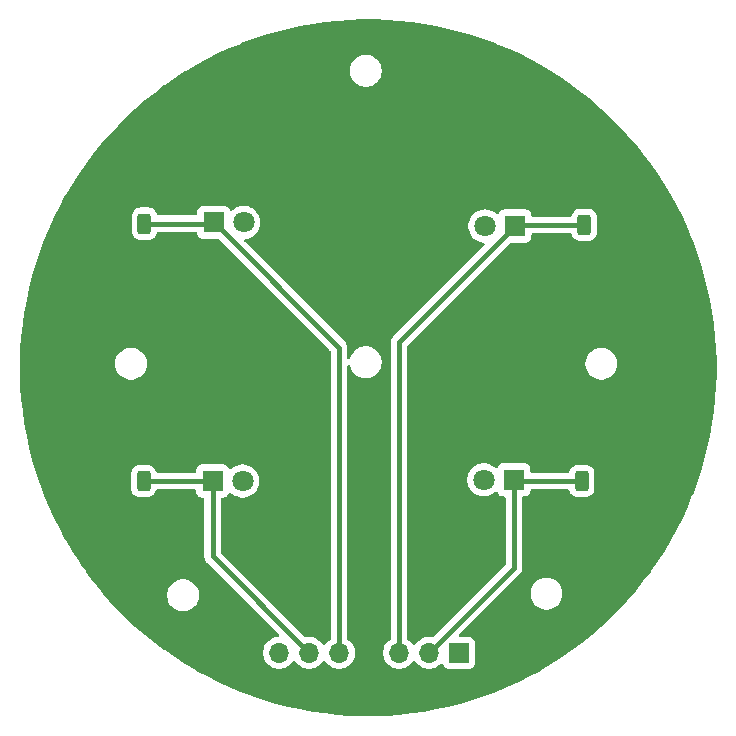
<source format=gbr>
%TF.GenerationSoftware,KiCad,Pcbnew,9.0.1*%
%TF.CreationDate,2025-04-01T19:10:29+10:00*%
%TF.ProjectId,Ir PCB,49722050-4342-42e6-9b69-6361645f7063,rev?*%
%TF.SameCoordinates,Original*%
%TF.FileFunction,Copper,L1,Top*%
%TF.FilePolarity,Positive*%
%FSLAX46Y46*%
G04 Gerber Fmt 4.6, Leading zero omitted, Abs format (unit mm)*
G04 Created by KiCad (PCBNEW 9.0.1) date 2025-04-01 19:10:29*
%MOMM*%
%LPD*%
G01*
G04 APERTURE LIST*
G04 Aperture macros list*
%AMRoundRect*
0 Rectangle with rounded corners*
0 $1 Rounding radius*
0 $2 $3 $4 $5 $6 $7 $8 $9 X,Y pos of 4 corners*
0 Add a 4 corners polygon primitive as box body*
4,1,4,$2,$3,$4,$5,$6,$7,$8,$9,$2,$3,0*
0 Add four circle primitives for the rounded corners*
1,1,$1+$1,$2,$3*
1,1,$1+$1,$4,$5*
1,1,$1+$1,$6,$7*
1,1,$1+$1,$8,$9*
0 Add four rect primitives between the rounded corners*
20,1,$1+$1,$2,$3,$4,$5,0*
20,1,$1+$1,$4,$5,$6,$7,0*
20,1,$1+$1,$6,$7,$8,$9,0*
20,1,$1+$1,$8,$9,$2,$3,0*%
G04 Aperture macros list end*
%TA.AperFunction,ComponentPad*%
%ADD10R,1.800000X1.800000*%
%TD*%
%TA.AperFunction,ComponentPad*%
%ADD11C,1.800000*%
%TD*%
%TA.AperFunction,SMDPad,CuDef*%
%ADD12RoundRect,0.250000X-0.312500X-0.625000X0.312500X-0.625000X0.312500X0.625000X-0.312500X0.625000X0*%
%TD*%
%TA.AperFunction,SMDPad,CuDef*%
%ADD13RoundRect,0.250000X0.312500X0.625000X-0.312500X0.625000X-0.312500X-0.625000X0.312500X-0.625000X0*%
%TD*%
%TA.AperFunction,ComponentPad*%
%ADD14R,1.700000X1.700000*%
%TD*%
%TA.AperFunction,ComponentPad*%
%ADD15O,1.700000X1.700000*%
%TD*%
%TA.AperFunction,Conductor*%
%ADD16C,0.400000*%
%TD*%
%TA.AperFunction,Conductor*%
%ADD17C,0.200000*%
%TD*%
G04 APERTURE END LIST*
D10*
%TO.P,S3,1,C*%
%TO.N,/S3*%
X137180000Y-88010000D03*
D11*
%TO.P,S3,2,E*%
%TO.N,GND*%
X139720000Y-88010000D03*
%TD*%
D12*
%TO.P,R4,1*%
%TO.N,+5V*%
X128320000Y-109900000D03*
%TO.P,R4,2*%
%TO.N,/S4*%
X131245000Y-109900000D03*
%TD*%
D13*
%TO.P,R2,1*%
%TO.N,+5V*%
X171470000Y-88210000D03*
%TO.P,R2,2*%
%TO.N,/S2*%
X168545000Y-88210000D03*
%TD*%
D12*
%TO.P,R3,1*%
%TO.N,+5V*%
X128387500Y-88110000D03*
%TO.P,R3,2*%
%TO.N,/S3*%
X131312500Y-88110000D03*
%TD*%
D14*
%TO.P,J1,1,Pin_1*%
%TO.N,GND*%
X157950000Y-124450000D03*
D15*
%TO.P,J1,2,Pin_2*%
%TO.N,/S1*%
X155410000Y-124450000D03*
%TO.P,J1,3,Pin_3*%
%TO.N,/S2*%
X152870000Y-124450000D03*
%TO.P,J1,4,Pin_4*%
%TO.N,+5V*%
X150330000Y-124450000D03*
%TO.P,J1,5,Pin_5*%
%TO.N,/S3*%
X147790000Y-124450000D03*
%TO.P,J1,6,Pin_6*%
%TO.N,/S4*%
X145250000Y-124450000D03*
%TO.P,J1,7,Pin_7*%
%TO.N,GND*%
X142710000Y-124450000D03*
%TD*%
D10*
%TO.P,S1,1,C*%
%TO.N,/S1*%
X162580000Y-109800000D03*
D11*
%TO.P,S1,2,E*%
%TO.N,GND*%
X160040000Y-109800000D03*
%TD*%
D10*
%TO.P,SFH309,1,C*%
%TO.N,/S4*%
X137075000Y-109900000D03*
D11*
%TO.P,SFH309,2,E*%
%TO.N,GND*%
X139615000Y-109900000D03*
%TD*%
D10*
%TO.P,S2,1,C*%
%TO.N,/S2*%
X162670000Y-88310000D03*
D11*
%TO.P,S2,2,E*%
%TO.N,GND*%
X160130000Y-88310000D03*
%TD*%
D13*
%TO.P,R1,1*%
%TO.N,+5V*%
X171270000Y-109900000D03*
%TO.P,R1,2*%
%TO.N,/S1*%
X168345000Y-109900000D03*
%TD*%
D16*
%TO.N,/S2*%
X152870000Y-98110000D02*
X152870000Y-124450000D01*
X162700000Y-88170000D02*
X162670000Y-88200000D01*
X162670000Y-88310000D02*
X152870000Y-98110000D01*
X168545000Y-88210000D02*
X162770000Y-88210000D01*
X162770000Y-88210000D02*
X162670000Y-88310000D01*
%TO.N,/S4*%
X137075000Y-109900000D02*
X137075000Y-116275000D01*
X131245000Y-109900000D02*
X137075000Y-109900000D01*
X137075000Y-116275000D02*
X145250000Y-124450000D01*
%TO.N,/S3*%
X147790000Y-98620000D02*
X147790000Y-124450000D01*
D17*
X137080000Y-88110000D02*
X137180000Y-88010000D01*
D16*
X137180000Y-88010000D02*
X147790000Y-98620000D01*
X131312500Y-88110000D02*
X137080000Y-88110000D01*
D17*
%TO.N,/S1*%
X162680000Y-109900000D02*
X162580000Y-109800000D01*
D16*
X162580000Y-117280000D02*
X155410000Y-124450000D01*
X162580000Y-109800000D02*
X162580000Y-117280000D01*
X168345000Y-109900000D02*
X162680000Y-109900000D01*
%TD*%
%TA.AperFunction,Conductor*%
%TO.N,+5V*%
G36*
X150788748Y-70815277D02*
G01*
X151836733Y-70852707D01*
X151841146Y-70852943D01*
X152887158Y-70927756D01*
X152891464Y-70928141D01*
X153934196Y-71040246D01*
X153938552Y-71040793D01*
X154976543Y-71190034D01*
X154980886Y-71190737D01*
X156012922Y-71376938D01*
X156017223Y-71377794D01*
X157041924Y-71600704D01*
X157046207Y-71601716D01*
X158062314Y-71861062D01*
X158066531Y-71862219D01*
X159033841Y-72146246D01*
X159072739Y-72157668D01*
X159076965Y-72158991D01*
X160071953Y-72490155D01*
X160076055Y-72491601D01*
X161058688Y-72858105D01*
X161062730Y-72859695D01*
X161788149Y-73160173D01*
X162031597Y-73261013D01*
X162035655Y-73262780D01*
X162989503Y-73698388D01*
X162993497Y-73700298D01*
X163931253Y-74169705D01*
X163935175Y-74171757D01*
X164855544Y-74674316D01*
X164859357Y-74676487D01*
X165158129Y-74853757D01*
X165761264Y-75211614D01*
X165765029Y-75213941D01*
X166647170Y-75780858D01*
X166650851Y-75783317D01*
X167014261Y-76035636D01*
X167512266Y-76381407D01*
X167515818Y-76383969D01*
X167698202Y-76520500D01*
X168355304Y-77012401D01*
X168358800Y-77015116D01*
X169175333Y-77673120D01*
X169178730Y-77675959D01*
X169971244Y-78362676D01*
X169974537Y-78365634D01*
X170742046Y-79080210D01*
X170745231Y-79083284D01*
X171486715Y-79824768D01*
X171489789Y-79827953D01*
X172204365Y-80595462D01*
X172207323Y-80598755D01*
X172894040Y-81391269D01*
X172896879Y-81394666D01*
X173554883Y-82211199D01*
X173557598Y-82214695D01*
X174186016Y-83054162D01*
X174188605Y-83057752D01*
X174786682Y-83919148D01*
X174789141Y-83922829D01*
X175356058Y-84804970D01*
X175358385Y-84808735D01*
X175893502Y-85710625D01*
X175895692Y-85714472D01*
X176398242Y-86634824D01*
X176400294Y-86638746D01*
X176869701Y-87576502D01*
X176871611Y-87580496D01*
X177307219Y-88534344D01*
X177308986Y-88538402D01*
X177584544Y-89203657D01*
X177685264Y-89446818D01*
X177710288Y-89507230D01*
X177711905Y-89511340D01*
X177818486Y-89797092D01*
X178078385Y-90493908D01*
X178079857Y-90498083D01*
X178411008Y-91493036D01*
X178412331Y-91497260D01*
X178707773Y-92503442D01*
X178708944Y-92507711D01*
X178968280Y-93523780D01*
X178969298Y-93528088D01*
X179192201Y-94552756D01*
X179193065Y-94557097D01*
X179379259Y-95589100D01*
X179379967Y-95593470D01*
X179529203Y-96631429D01*
X179529755Y-96635821D01*
X179641853Y-97678484D01*
X179642247Y-97682893D01*
X179717055Y-98728849D01*
X179717292Y-98733269D01*
X179754722Y-99781251D01*
X179754801Y-99785677D01*
X179754801Y-100834322D01*
X179754722Y-100838748D01*
X179717292Y-101886730D01*
X179717055Y-101891150D01*
X179642247Y-102937106D01*
X179641853Y-102941515D01*
X179529755Y-103984178D01*
X179529203Y-103988570D01*
X179379967Y-105026529D01*
X179379259Y-105030899D01*
X179193065Y-106062902D01*
X179192201Y-106067243D01*
X178969298Y-107091911D01*
X178968280Y-107096219D01*
X178708944Y-108112288D01*
X178707773Y-108116557D01*
X178412331Y-109122739D01*
X178411008Y-109126963D01*
X178079857Y-110121916D01*
X178078385Y-110126091D01*
X177711909Y-111108650D01*
X177710288Y-111112769D01*
X177308986Y-112081597D01*
X177307219Y-112085655D01*
X176871611Y-113039503D01*
X176869701Y-113043497D01*
X176400294Y-113981253D01*
X176398242Y-113985175D01*
X175895692Y-114905527D01*
X175893502Y-114909374D01*
X175358385Y-115811264D01*
X175356058Y-115815029D01*
X174789141Y-116697170D01*
X174786682Y-116700851D01*
X174188605Y-117562247D01*
X174186016Y-117565837D01*
X173557598Y-118405304D01*
X173554883Y-118408800D01*
X172896879Y-119225333D01*
X172894040Y-119228730D01*
X172207323Y-120021244D01*
X172204365Y-120024537D01*
X171489789Y-120792046D01*
X171486715Y-120795231D01*
X170745231Y-121536715D01*
X170742046Y-121539789D01*
X169974537Y-122254365D01*
X169971244Y-122257323D01*
X169178730Y-122944040D01*
X169175333Y-122946879D01*
X168358800Y-123604883D01*
X168355304Y-123607598D01*
X167515837Y-124236016D01*
X167512247Y-124238605D01*
X166650851Y-124836682D01*
X166647170Y-124839141D01*
X165765029Y-125406058D01*
X165761264Y-125408385D01*
X164859374Y-125943502D01*
X164855527Y-125945692D01*
X163935175Y-126448242D01*
X163931253Y-126450294D01*
X162993497Y-126919701D01*
X162989503Y-126921611D01*
X162035655Y-127357219D01*
X162031597Y-127358986D01*
X161062769Y-127760288D01*
X161058650Y-127761909D01*
X160076091Y-128128385D01*
X160071916Y-128129857D01*
X159076963Y-128461008D01*
X159072739Y-128462331D01*
X158066557Y-128757773D01*
X158062288Y-128758944D01*
X157046219Y-129018280D01*
X157041911Y-129019298D01*
X156017243Y-129242201D01*
X156012902Y-129243065D01*
X154980899Y-129429259D01*
X154976529Y-129429967D01*
X153938570Y-129579203D01*
X153934178Y-129579755D01*
X152891515Y-129691853D01*
X152887106Y-129692247D01*
X151841150Y-129767055D01*
X151836730Y-129767292D01*
X150788749Y-129804722D01*
X150784323Y-129804801D01*
X149735677Y-129804801D01*
X149731251Y-129804722D01*
X148683269Y-129767292D01*
X148678849Y-129767055D01*
X147632893Y-129692247D01*
X147628484Y-129691853D01*
X146585821Y-129579755D01*
X146581429Y-129579203D01*
X145543470Y-129429967D01*
X145539100Y-129429259D01*
X144507097Y-129243065D01*
X144502756Y-129242201D01*
X143478088Y-129019298D01*
X143473780Y-129018280D01*
X142457711Y-128758944D01*
X142453442Y-128757773D01*
X141447260Y-128462331D01*
X141443036Y-128461008D01*
X140448083Y-128129857D01*
X140443908Y-128128385D01*
X139461349Y-127761909D01*
X139457240Y-127760291D01*
X139267650Y-127681761D01*
X138488402Y-127358986D01*
X138484344Y-127357219D01*
X137530496Y-126921611D01*
X137526502Y-126919701D01*
X136588746Y-126450294D01*
X136584824Y-126448242D01*
X135664472Y-125945692D01*
X135660625Y-125943502D01*
X134758735Y-125408385D01*
X134754970Y-125406058D01*
X133872829Y-124839141D01*
X133869148Y-124836682D01*
X133007752Y-124238605D01*
X133004162Y-124236016D01*
X132164695Y-123607598D01*
X132161199Y-123604883D01*
X131344666Y-122946879D01*
X131341269Y-122944040D01*
X130548755Y-122257323D01*
X130545462Y-122254365D01*
X129777953Y-121539789D01*
X129774768Y-121536715D01*
X129033284Y-120795231D01*
X129030210Y-120792046D01*
X128315634Y-120024537D01*
X128312676Y-120021244D01*
X127895714Y-119540044D01*
X127829573Y-119463713D01*
X133229500Y-119463713D01*
X133229500Y-119676287D01*
X133262754Y-119886243D01*
X133307162Y-120022917D01*
X133328444Y-120088414D01*
X133424951Y-120277820D01*
X133549890Y-120449786D01*
X133700213Y-120600109D01*
X133872179Y-120725048D01*
X133872181Y-120725049D01*
X133872184Y-120725051D01*
X134061588Y-120821557D01*
X134263757Y-120887246D01*
X134473713Y-120920500D01*
X134473714Y-120920500D01*
X134686286Y-120920500D01*
X134686287Y-120920500D01*
X134896243Y-120887246D01*
X135098412Y-120821557D01*
X135287816Y-120725051D01*
X135347684Y-120681555D01*
X135459786Y-120600109D01*
X135459788Y-120600106D01*
X135459792Y-120600104D01*
X135610104Y-120449792D01*
X135610106Y-120449788D01*
X135610109Y-120449786D01*
X135735048Y-120277820D01*
X135735047Y-120277820D01*
X135735051Y-120277816D01*
X135831557Y-120088412D01*
X135897246Y-119886243D01*
X135930500Y-119676287D01*
X135930500Y-119463713D01*
X135897246Y-119253757D01*
X135831557Y-119051588D01*
X135735051Y-118862184D01*
X135735049Y-118862181D01*
X135735048Y-118862179D01*
X135610109Y-118690213D01*
X135459786Y-118539890D01*
X135287820Y-118414951D01*
X135098414Y-118318444D01*
X135098413Y-118318443D01*
X135098412Y-118318443D01*
X134896243Y-118252754D01*
X134896241Y-118252753D01*
X134896240Y-118252753D01*
X134734957Y-118227208D01*
X134686287Y-118219500D01*
X134473713Y-118219500D01*
X134425042Y-118227208D01*
X134263760Y-118252753D01*
X134061585Y-118318444D01*
X133872179Y-118414951D01*
X133700213Y-118539890D01*
X133549890Y-118690213D01*
X133424951Y-118862179D01*
X133328444Y-119051585D01*
X133262753Y-119253760D01*
X133251674Y-119323713D01*
X133229500Y-119463713D01*
X127829573Y-119463713D01*
X127625959Y-119228730D01*
X127623120Y-119225333D01*
X126965116Y-118408800D01*
X126962401Y-118405304D01*
X126823310Y-118219500D01*
X126333969Y-117565818D01*
X126331407Y-117562266D01*
X125933967Y-116989843D01*
X125733317Y-116700851D01*
X125730858Y-116697170D01*
X125163941Y-115815029D01*
X125161614Y-115811264D01*
X124626497Y-114909374D01*
X124624307Y-114905527D01*
X124121757Y-113985175D01*
X124119705Y-113981253D01*
X123650298Y-113043497D01*
X123648388Y-113039503D01*
X123212780Y-112085655D01*
X123211013Y-112081597D01*
X122917497Y-111372987D01*
X122809695Y-111112730D01*
X122808105Y-111108688D01*
X122441601Y-110126055D01*
X122440155Y-110121953D01*
X122141615Y-109224983D01*
X130182000Y-109224983D01*
X130182000Y-110575001D01*
X130182001Y-110575018D01*
X130192500Y-110677796D01*
X130192501Y-110677799D01*
X130247685Y-110844331D01*
X130247687Y-110844336D01*
X130270960Y-110882068D01*
X130339788Y-110993656D01*
X130463844Y-111117712D01*
X130613166Y-111209814D01*
X130779703Y-111264999D01*
X130882491Y-111275500D01*
X131607508Y-111275499D01*
X131607516Y-111275498D01*
X131607519Y-111275498D01*
X131663802Y-111269748D01*
X131710297Y-111264999D01*
X131876834Y-111209814D01*
X132026156Y-111117712D01*
X132150212Y-110993656D01*
X132242314Y-110844334D01*
X132294948Y-110685493D01*
X132334719Y-110628051D01*
X132399235Y-110601228D01*
X132412653Y-110600500D01*
X135550501Y-110600500D01*
X135617540Y-110620185D01*
X135663295Y-110672989D01*
X135674501Y-110724500D01*
X135674501Y-110847876D01*
X135680908Y-110907483D01*
X135731202Y-111042328D01*
X135731206Y-111042335D01*
X135817452Y-111157544D01*
X135817455Y-111157547D01*
X135932664Y-111243793D01*
X135932671Y-111243797D01*
X135969304Y-111257460D01*
X136067517Y-111294091D01*
X136127127Y-111300500D01*
X136250500Y-111300499D01*
X136317539Y-111320183D01*
X136363294Y-111372987D01*
X136374500Y-111424499D01*
X136374500Y-116206006D01*
X136374500Y-116343994D01*
X136374500Y-116343996D01*
X136374499Y-116343996D01*
X136401418Y-116479322D01*
X136401421Y-116479332D01*
X136454222Y-116606807D01*
X136530887Y-116721545D01*
X136530888Y-116721546D01*
X142697162Y-122887819D01*
X142730647Y-122949142D01*
X142725663Y-123018834D01*
X142683791Y-123074767D01*
X142618327Y-123099184D01*
X142609481Y-123099500D01*
X142603713Y-123099500D01*
X142555042Y-123107208D01*
X142393760Y-123132753D01*
X142191585Y-123198444D01*
X142002179Y-123294951D01*
X141830213Y-123419890D01*
X141679890Y-123570213D01*
X141554951Y-123742179D01*
X141458444Y-123931585D01*
X141392753Y-124133760D01*
X141359500Y-124343713D01*
X141359500Y-124556287D01*
X141392754Y-124766243D01*
X141416049Y-124837938D01*
X141458444Y-124968414D01*
X141554951Y-125157820D01*
X141679890Y-125329786D01*
X141830213Y-125480109D01*
X142002179Y-125605048D01*
X142002181Y-125605049D01*
X142002184Y-125605051D01*
X142191588Y-125701557D01*
X142393757Y-125767246D01*
X142603713Y-125800500D01*
X142603714Y-125800500D01*
X142816286Y-125800500D01*
X142816287Y-125800500D01*
X143026243Y-125767246D01*
X143228412Y-125701557D01*
X143417816Y-125605051D01*
X143504138Y-125542335D01*
X143589786Y-125480109D01*
X143589788Y-125480106D01*
X143589792Y-125480104D01*
X143740104Y-125329792D01*
X143740106Y-125329788D01*
X143740109Y-125329786D01*
X143865048Y-125157820D01*
X143865047Y-125157820D01*
X143865051Y-125157816D01*
X143869514Y-125149054D01*
X143917488Y-125098259D01*
X143985308Y-125081463D01*
X144051444Y-125103999D01*
X144090486Y-125149056D01*
X144094951Y-125157820D01*
X144219890Y-125329786D01*
X144370213Y-125480109D01*
X144542179Y-125605048D01*
X144542181Y-125605049D01*
X144542184Y-125605051D01*
X144731588Y-125701557D01*
X144933757Y-125767246D01*
X145143713Y-125800500D01*
X145143714Y-125800500D01*
X145356286Y-125800500D01*
X145356287Y-125800500D01*
X145566243Y-125767246D01*
X145768412Y-125701557D01*
X145957816Y-125605051D01*
X146044138Y-125542335D01*
X146129786Y-125480109D01*
X146129788Y-125480106D01*
X146129792Y-125480104D01*
X146280104Y-125329792D01*
X146280106Y-125329788D01*
X146280109Y-125329786D01*
X146405048Y-125157820D01*
X146405047Y-125157820D01*
X146405051Y-125157816D01*
X146409514Y-125149054D01*
X146457488Y-125098259D01*
X146525308Y-125081463D01*
X146591444Y-125103999D01*
X146630486Y-125149056D01*
X146634951Y-125157820D01*
X146759890Y-125329786D01*
X146910213Y-125480109D01*
X147082179Y-125605048D01*
X147082181Y-125605049D01*
X147082184Y-125605051D01*
X147271588Y-125701557D01*
X147473757Y-125767246D01*
X147683713Y-125800500D01*
X147683714Y-125800500D01*
X147896286Y-125800500D01*
X147896287Y-125800500D01*
X148106243Y-125767246D01*
X148308412Y-125701557D01*
X148497816Y-125605051D01*
X148584138Y-125542335D01*
X148669786Y-125480109D01*
X148669788Y-125480106D01*
X148669792Y-125480104D01*
X148820104Y-125329792D01*
X148820106Y-125329788D01*
X148820109Y-125329786D01*
X148945048Y-125157820D01*
X148945047Y-125157820D01*
X148945051Y-125157816D01*
X149041557Y-124968412D01*
X149107246Y-124766243D01*
X149140500Y-124556287D01*
X149140500Y-124343713D01*
X151519500Y-124343713D01*
X151519500Y-124556287D01*
X151552754Y-124766243D01*
X151576049Y-124837938D01*
X151618444Y-124968414D01*
X151714951Y-125157820D01*
X151839890Y-125329786D01*
X151990213Y-125480109D01*
X152162179Y-125605048D01*
X152162181Y-125605049D01*
X152162184Y-125605051D01*
X152351588Y-125701557D01*
X152553757Y-125767246D01*
X152763713Y-125800500D01*
X152763714Y-125800500D01*
X152976286Y-125800500D01*
X152976287Y-125800500D01*
X153186243Y-125767246D01*
X153388412Y-125701557D01*
X153577816Y-125605051D01*
X153664138Y-125542335D01*
X153749786Y-125480109D01*
X153749788Y-125480106D01*
X153749792Y-125480104D01*
X153900104Y-125329792D01*
X153900106Y-125329788D01*
X153900109Y-125329786D01*
X154025048Y-125157820D01*
X154025047Y-125157820D01*
X154025051Y-125157816D01*
X154029514Y-125149054D01*
X154077488Y-125098259D01*
X154145308Y-125081463D01*
X154211444Y-125103999D01*
X154250486Y-125149056D01*
X154254951Y-125157820D01*
X154379890Y-125329786D01*
X154530213Y-125480109D01*
X154702179Y-125605048D01*
X154702181Y-125605049D01*
X154702184Y-125605051D01*
X154891588Y-125701557D01*
X155093757Y-125767246D01*
X155303713Y-125800500D01*
X155303714Y-125800500D01*
X155516286Y-125800500D01*
X155516287Y-125800500D01*
X155726243Y-125767246D01*
X155928412Y-125701557D01*
X156117816Y-125605051D01*
X156289792Y-125480104D01*
X156403329Y-125366566D01*
X156464648Y-125333084D01*
X156534340Y-125338068D01*
X156590274Y-125379939D01*
X156607189Y-125410917D01*
X156656202Y-125542328D01*
X156656206Y-125542335D01*
X156742452Y-125657544D01*
X156742455Y-125657547D01*
X156857664Y-125743793D01*
X156857671Y-125743797D01*
X156992517Y-125794091D01*
X156992516Y-125794091D01*
X156999444Y-125794835D01*
X157052127Y-125800500D01*
X158847872Y-125800499D01*
X158907483Y-125794091D01*
X159042331Y-125743796D01*
X159157546Y-125657546D01*
X159243796Y-125542331D01*
X159294091Y-125407483D01*
X159300500Y-125347873D01*
X159300499Y-123552128D01*
X159294091Y-123492517D01*
X159243796Y-123357669D01*
X159243795Y-123357668D01*
X159243793Y-123357664D01*
X159157547Y-123242455D01*
X159157544Y-123242452D01*
X159042335Y-123156206D01*
X159042328Y-123156202D01*
X158907482Y-123105908D01*
X158907483Y-123105908D01*
X158847883Y-123099501D01*
X158847881Y-123099500D01*
X158847873Y-123099500D01*
X158847865Y-123099500D01*
X158050518Y-123099500D01*
X157983479Y-123079815D01*
X157937724Y-123027011D01*
X157927780Y-122957853D01*
X157956805Y-122894297D01*
X157962837Y-122887819D01*
X161526944Y-119323713D01*
X163999500Y-119323713D01*
X163999500Y-119536286D01*
X164032753Y-119746239D01*
X164098444Y-119948414D01*
X164194951Y-120137820D01*
X164319890Y-120309786D01*
X164470213Y-120460109D01*
X164642179Y-120585048D01*
X164642181Y-120585049D01*
X164642184Y-120585051D01*
X164831588Y-120681557D01*
X165033757Y-120747246D01*
X165243713Y-120780500D01*
X165243714Y-120780500D01*
X165456286Y-120780500D01*
X165456287Y-120780500D01*
X165666243Y-120747246D01*
X165868412Y-120681557D01*
X166057816Y-120585051D01*
X166079789Y-120569086D01*
X166229786Y-120460109D01*
X166229788Y-120460106D01*
X166229792Y-120460104D01*
X166380104Y-120309792D01*
X166380106Y-120309788D01*
X166380109Y-120309786D01*
X166505048Y-120137820D01*
X166505047Y-120137820D01*
X166505051Y-120137816D01*
X166601557Y-119948412D01*
X166667246Y-119746243D01*
X166700500Y-119536287D01*
X166700500Y-119323713D01*
X166667246Y-119113757D01*
X166601557Y-118911588D01*
X166505051Y-118722184D01*
X166505049Y-118722181D01*
X166505048Y-118722179D01*
X166380109Y-118550213D01*
X166229786Y-118399890D01*
X166057820Y-118274951D01*
X165868414Y-118178444D01*
X165868413Y-118178443D01*
X165868412Y-118178443D01*
X165666243Y-118112754D01*
X165666241Y-118112753D01*
X165666240Y-118112753D01*
X165504957Y-118087208D01*
X165456287Y-118079500D01*
X165243713Y-118079500D01*
X165195042Y-118087208D01*
X165033760Y-118112753D01*
X164831585Y-118178444D01*
X164642179Y-118274951D01*
X164470213Y-118399890D01*
X164319890Y-118550213D01*
X164194951Y-118722179D01*
X164098444Y-118911585D01*
X164032753Y-119113760D01*
X163999500Y-119323713D01*
X161526944Y-119323713D01*
X161619497Y-119231160D01*
X163124112Y-117726545D01*
X163124112Y-117726544D01*
X163124114Y-117726543D01*
X163200775Y-117611811D01*
X163253580Y-117484329D01*
X163253580Y-117484325D01*
X163253582Y-117484322D01*
X163258934Y-117457411D01*
X163258934Y-117457409D01*
X163280500Y-117348993D01*
X163280500Y-111324499D01*
X163300185Y-111257460D01*
X163352989Y-111211705D01*
X163404500Y-111200499D01*
X163527871Y-111200499D01*
X163527872Y-111200499D01*
X163587483Y-111194091D01*
X163722331Y-111143796D01*
X163837546Y-111057546D01*
X163923796Y-110942331D01*
X163974091Y-110807483D01*
X163980500Y-110747873D01*
X163980500Y-110724500D01*
X164000185Y-110657461D01*
X164052989Y-110611706D01*
X164104500Y-110600500D01*
X167177346Y-110600500D01*
X167244385Y-110620185D01*
X167290140Y-110672989D01*
X167295052Y-110685496D01*
X167347685Y-110844331D01*
X167347687Y-110844336D01*
X167370960Y-110882068D01*
X167439788Y-110993656D01*
X167563844Y-111117712D01*
X167713166Y-111209814D01*
X167879703Y-111264999D01*
X167982491Y-111275500D01*
X168707508Y-111275499D01*
X168707516Y-111275498D01*
X168707519Y-111275498D01*
X168763802Y-111269748D01*
X168810297Y-111264999D01*
X168976834Y-111209814D01*
X169126156Y-111117712D01*
X169250212Y-110993656D01*
X169342314Y-110844334D01*
X169397499Y-110677797D01*
X169408000Y-110575009D01*
X169407999Y-109224992D01*
X169397499Y-109122203D01*
X169342314Y-108955666D01*
X169250212Y-108806344D01*
X169126156Y-108682288D01*
X168996158Y-108602105D01*
X168976836Y-108590187D01*
X168976831Y-108590185D01*
X168975362Y-108589698D01*
X168810297Y-108535001D01*
X168810295Y-108535000D01*
X168707510Y-108524500D01*
X167982498Y-108524500D01*
X167982480Y-108524501D01*
X167879703Y-108535000D01*
X167879700Y-108535001D01*
X167713168Y-108590185D01*
X167713163Y-108590187D01*
X167563842Y-108682289D01*
X167439789Y-108806342D01*
X167347687Y-108955663D01*
X167347685Y-108955668D01*
X167332066Y-109002802D01*
X167295051Y-109114506D01*
X167255281Y-109171949D01*
X167190765Y-109198772D01*
X167177347Y-109199500D01*
X164104499Y-109199500D01*
X164037460Y-109179815D01*
X163991705Y-109127011D01*
X163980499Y-109075500D01*
X163980499Y-108852129D01*
X163980498Y-108852123D01*
X163978308Y-108831752D01*
X163974091Y-108792517D01*
X163961094Y-108757671D01*
X163923797Y-108657671D01*
X163923793Y-108657664D01*
X163837547Y-108542455D01*
X163837544Y-108542452D01*
X163722335Y-108456206D01*
X163722328Y-108456202D01*
X163587482Y-108405908D01*
X163587483Y-108405908D01*
X163527883Y-108399501D01*
X163527881Y-108399500D01*
X163527873Y-108399500D01*
X163527864Y-108399500D01*
X161632129Y-108399500D01*
X161632123Y-108399501D01*
X161572516Y-108405908D01*
X161437671Y-108456202D01*
X161437664Y-108456206D01*
X161322455Y-108542452D01*
X161322452Y-108542455D01*
X161236206Y-108657664D01*
X161236203Y-108657669D01*
X161206398Y-108737581D01*
X161164526Y-108793514D01*
X161099062Y-108817931D01*
X161030789Y-108803079D01*
X161002535Y-108781928D01*
X160952363Y-108731756D01*
X160952358Y-108731752D01*
X160774025Y-108602187D01*
X160774024Y-108602186D01*
X160774022Y-108602185D01*
X160683784Y-108556206D01*
X160577606Y-108502104D01*
X160577603Y-108502103D01*
X160367952Y-108433985D01*
X160259086Y-108416742D01*
X160150222Y-108399500D01*
X159929778Y-108399500D01*
X159857201Y-108410995D01*
X159712047Y-108433985D01*
X159502396Y-108502103D01*
X159502393Y-108502104D01*
X159305974Y-108602187D01*
X159127641Y-108731752D01*
X159127636Y-108731756D01*
X158971756Y-108887636D01*
X158971752Y-108887641D01*
X158842187Y-109065974D01*
X158742104Y-109262393D01*
X158742103Y-109262396D01*
X158673985Y-109472047D01*
X158639500Y-109689778D01*
X158639500Y-109910222D01*
X158656742Y-110019086D01*
X158673985Y-110127952D01*
X158742103Y-110337603D01*
X158742104Y-110337606D01*
X158842187Y-110534025D01*
X158971752Y-110712358D01*
X158971756Y-110712363D01*
X159127636Y-110868243D01*
X159127641Y-110868247D01*
X159196219Y-110918071D01*
X159305978Y-110997815D01*
X159434375Y-111063237D01*
X159502393Y-111097895D01*
X159502396Y-111097896D01*
X159548172Y-111112769D01*
X159712049Y-111166015D01*
X159929778Y-111200500D01*
X159929779Y-111200500D01*
X160150221Y-111200500D01*
X160150222Y-111200500D01*
X160367951Y-111166015D01*
X160577606Y-111097895D01*
X160774022Y-110997815D01*
X160952365Y-110868242D01*
X161002536Y-110818070D01*
X161063857Y-110784586D01*
X161133548Y-110789570D01*
X161189482Y-110831441D01*
X161206398Y-110862419D01*
X161236202Y-110942328D01*
X161236206Y-110942335D01*
X161322452Y-111057544D01*
X161322455Y-111057547D01*
X161437664Y-111143793D01*
X161437671Y-111143797D01*
X161474529Y-111157544D01*
X161572517Y-111194091D01*
X161632127Y-111200500D01*
X161755500Y-111200499D01*
X161822539Y-111220183D01*
X161868294Y-111272987D01*
X161879500Y-111324499D01*
X161879500Y-116938480D01*
X161859815Y-117005519D01*
X161843181Y-117026161D01*
X155779849Y-123089492D01*
X155718526Y-123122977D01*
X155672771Y-123124284D01*
X155516287Y-123099500D01*
X155303713Y-123099500D01*
X155255042Y-123107208D01*
X155093760Y-123132753D01*
X154891585Y-123198444D01*
X154702179Y-123294951D01*
X154530213Y-123419890D01*
X154379890Y-123570213D01*
X154254949Y-123742182D01*
X154250484Y-123750946D01*
X154202509Y-123801742D01*
X154134688Y-123818536D01*
X154068553Y-123795998D01*
X154029516Y-123750946D01*
X154025050Y-123742182D01*
X153900109Y-123570213D01*
X153749786Y-123419890D01*
X153621615Y-123326770D01*
X153578949Y-123271441D01*
X153570500Y-123226452D01*
X153570500Y-99863713D01*
X168639500Y-99863713D01*
X168639500Y-100076287D01*
X168672754Y-100286243D01*
X168696203Y-100358412D01*
X168738444Y-100488414D01*
X168834951Y-100677820D01*
X168959890Y-100849786D01*
X169110213Y-101000109D01*
X169282179Y-101125048D01*
X169282181Y-101125049D01*
X169282184Y-101125051D01*
X169471588Y-101221557D01*
X169673757Y-101287246D01*
X169883713Y-101320500D01*
X169883714Y-101320500D01*
X170096286Y-101320500D01*
X170096287Y-101320500D01*
X170306243Y-101287246D01*
X170508412Y-101221557D01*
X170697816Y-101125051D01*
X170743920Y-101091555D01*
X170869786Y-101000109D01*
X170869788Y-101000106D01*
X170869792Y-101000104D01*
X171020104Y-100849792D01*
X171020106Y-100849788D01*
X171020109Y-100849786D01*
X171145048Y-100677820D01*
X171145047Y-100677820D01*
X171145051Y-100677816D01*
X171241557Y-100488412D01*
X171307246Y-100286243D01*
X171340500Y-100076287D01*
X171340500Y-99863713D01*
X171307246Y-99653757D01*
X171241557Y-99451588D01*
X171145051Y-99262184D01*
X171145049Y-99262181D01*
X171145048Y-99262179D01*
X171020109Y-99090213D01*
X170869786Y-98939890D01*
X170697820Y-98814951D01*
X170508414Y-98718444D01*
X170508413Y-98718443D01*
X170508412Y-98718443D01*
X170306243Y-98652754D01*
X170306241Y-98652753D01*
X170306240Y-98652753D01*
X170144957Y-98627208D01*
X170096287Y-98619500D01*
X169883713Y-98619500D01*
X169835042Y-98627208D01*
X169673760Y-98652753D01*
X169471585Y-98718444D01*
X169282179Y-98814951D01*
X169110213Y-98939890D01*
X168959890Y-99090213D01*
X168834951Y-99262179D01*
X168738444Y-99451585D01*
X168672753Y-99653760D01*
X168660090Y-99733713D01*
X168639500Y-99863713D01*
X153570500Y-99863713D01*
X153570500Y-98451518D01*
X153590185Y-98384479D01*
X153606814Y-98363842D01*
X162223838Y-89746817D01*
X162285161Y-89713333D01*
X162311519Y-89710499D01*
X163617871Y-89710499D01*
X163617872Y-89710499D01*
X163677483Y-89704091D01*
X163812331Y-89653796D01*
X163927546Y-89567546D01*
X164013796Y-89452331D01*
X164064091Y-89317483D01*
X164070500Y-89257873D01*
X164070500Y-89034500D01*
X164090185Y-88967461D01*
X164142989Y-88921706D01*
X164194500Y-88910500D01*
X167377346Y-88910500D01*
X167444385Y-88930185D01*
X167490140Y-88982989D01*
X167495052Y-88995496D01*
X167522472Y-89078243D01*
X167547686Y-89154334D01*
X167639788Y-89303656D01*
X167763844Y-89427712D01*
X167913166Y-89519814D01*
X168079703Y-89574999D01*
X168182491Y-89585500D01*
X168907508Y-89585499D01*
X168907516Y-89585498D01*
X168907519Y-89585498D01*
X168963802Y-89579748D01*
X169010297Y-89574999D01*
X169176834Y-89519814D01*
X169326156Y-89427712D01*
X169450212Y-89303656D01*
X169542314Y-89154334D01*
X169597499Y-88987797D01*
X169608000Y-88885009D01*
X169607999Y-87534992D01*
X169597499Y-87432203D01*
X169542314Y-87265666D01*
X169450212Y-87116344D01*
X169326156Y-86992288D01*
X169191936Y-86909501D01*
X169176836Y-86900187D01*
X169176831Y-86900185D01*
X169152999Y-86892288D01*
X169010297Y-86845001D01*
X169010295Y-86845000D01*
X168907510Y-86834500D01*
X168182498Y-86834500D01*
X168182480Y-86834501D01*
X168079703Y-86845000D01*
X168079700Y-86845001D01*
X167913168Y-86900185D01*
X167913163Y-86900187D01*
X167763842Y-86992289D01*
X167639789Y-87116342D01*
X167547687Y-87265663D01*
X167547685Y-87265668D01*
X167535475Y-87302516D01*
X167495051Y-87424506D01*
X167455281Y-87481949D01*
X167390765Y-87508772D01*
X167377347Y-87509500D01*
X164194499Y-87509500D01*
X164127460Y-87489815D01*
X164081705Y-87437011D01*
X164070499Y-87385500D01*
X164070499Y-87362129D01*
X164070498Y-87362123D01*
X164066454Y-87324504D01*
X164064091Y-87302517D01*
X164050347Y-87265668D01*
X164013797Y-87167671D01*
X164013793Y-87167664D01*
X163927547Y-87052455D01*
X163927544Y-87052452D01*
X163812335Y-86966206D01*
X163812328Y-86966202D01*
X163677482Y-86915908D01*
X163677483Y-86915908D01*
X163617883Y-86909501D01*
X163617881Y-86909500D01*
X163617873Y-86909500D01*
X163617864Y-86909500D01*
X161722129Y-86909500D01*
X161722123Y-86909501D01*
X161662516Y-86915908D01*
X161527671Y-86966202D01*
X161527664Y-86966206D01*
X161412455Y-87052452D01*
X161412452Y-87052455D01*
X161326206Y-87167664D01*
X161326203Y-87167669D01*
X161296398Y-87247581D01*
X161254526Y-87303514D01*
X161189062Y-87327931D01*
X161120789Y-87313079D01*
X161092535Y-87291928D01*
X161042363Y-87241756D01*
X161042358Y-87241752D01*
X160864025Y-87112187D01*
X160864024Y-87112186D01*
X160864022Y-87112185D01*
X160801096Y-87080122D01*
X160667606Y-87012104D01*
X160667603Y-87012103D01*
X160457952Y-86943985D01*
X160349086Y-86926742D01*
X160240222Y-86909500D01*
X160019778Y-86909500D01*
X159947201Y-86920995D01*
X159802047Y-86943985D01*
X159592396Y-87012103D01*
X159592393Y-87012104D01*
X159395974Y-87112187D01*
X159217641Y-87241752D01*
X159217636Y-87241756D01*
X159061756Y-87397636D01*
X159061752Y-87397641D01*
X158932187Y-87575974D01*
X158832104Y-87772393D01*
X158832103Y-87772396D01*
X158763985Y-87982047D01*
X158729500Y-88199778D01*
X158729500Y-88420221D01*
X158763985Y-88637952D01*
X158832103Y-88847603D01*
X158832104Y-88847606D01*
X158876380Y-88934500D01*
X158927333Y-89034500D01*
X158932187Y-89044025D01*
X159061752Y-89222358D01*
X159061756Y-89222363D01*
X159217636Y-89378243D01*
X159217641Y-89378247D01*
X159274854Y-89419814D01*
X159395978Y-89507815D01*
X159524375Y-89573237D01*
X159592393Y-89607895D01*
X159592396Y-89607896D01*
X159697221Y-89641955D01*
X159802049Y-89676015D01*
X160003053Y-89707851D01*
X160066188Y-89737780D01*
X160103119Y-89797092D01*
X160102121Y-89866954D01*
X160071336Y-89918005D01*
X152325885Y-97663457D01*
X152325880Y-97663463D01*
X152314387Y-97680666D01*
X152314385Y-97680670D01*
X152249228Y-97778182D01*
X152249221Y-97778195D01*
X152196421Y-97905667D01*
X152196418Y-97905677D01*
X152169500Y-98041004D01*
X152169500Y-123226452D01*
X152149815Y-123293491D01*
X152118385Y-123326770D01*
X151990213Y-123419890D01*
X151839890Y-123570213D01*
X151714951Y-123742179D01*
X151618444Y-123931585D01*
X151552753Y-124133760D01*
X151519500Y-124343713D01*
X149140500Y-124343713D01*
X149107246Y-124133757D01*
X149041557Y-123931588D01*
X148945051Y-123742184D01*
X148945049Y-123742181D01*
X148945048Y-123742179D01*
X148820109Y-123570213D01*
X148669786Y-123419890D01*
X148541615Y-123326770D01*
X148498949Y-123271441D01*
X148490500Y-123226452D01*
X148490500Y-100193565D01*
X148510185Y-100126526D01*
X148562989Y-100080771D01*
X148632147Y-100070827D01*
X148695703Y-100099852D01*
X148732431Y-100155247D01*
X148732753Y-100156239D01*
X148732754Y-100156243D01*
X148774994Y-100286243D01*
X148798444Y-100358414D01*
X148894951Y-100547820D01*
X149019890Y-100719786D01*
X149170213Y-100870109D01*
X149342179Y-100995048D01*
X149342181Y-100995049D01*
X149342184Y-100995051D01*
X149531588Y-101091557D01*
X149733757Y-101157246D01*
X149943713Y-101190500D01*
X149943714Y-101190500D01*
X150156286Y-101190500D01*
X150156287Y-101190500D01*
X150366243Y-101157246D01*
X150568412Y-101091557D01*
X150757816Y-100995051D01*
X150779789Y-100979086D01*
X150929786Y-100870109D01*
X150929788Y-100870106D01*
X150929792Y-100870104D01*
X151080104Y-100719792D01*
X151080106Y-100719788D01*
X151080109Y-100719786D01*
X151205048Y-100547820D01*
X151205047Y-100547820D01*
X151205051Y-100547816D01*
X151301557Y-100358412D01*
X151367246Y-100156243D01*
X151400500Y-99946287D01*
X151400500Y-99733713D01*
X151367246Y-99523757D01*
X151301557Y-99321588D01*
X151205051Y-99132184D01*
X151205049Y-99132181D01*
X151205048Y-99132179D01*
X151080109Y-98960213D01*
X150929786Y-98809890D01*
X150757820Y-98684951D01*
X150568414Y-98588444D01*
X150568413Y-98588443D01*
X150568412Y-98588443D01*
X150366243Y-98522754D01*
X150366241Y-98522753D01*
X150366240Y-98522753D01*
X150204957Y-98497208D01*
X150156287Y-98489500D01*
X149943713Y-98489500D01*
X149895042Y-98497208D01*
X149733760Y-98522753D01*
X149531585Y-98588444D01*
X149342179Y-98684951D01*
X149170213Y-98809890D01*
X149019890Y-98960213D01*
X148894951Y-99132179D01*
X148798444Y-99321585D01*
X148732431Y-99524752D01*
X148692993Y-99582428D01*
X148628635Y-99609626D01*
X148559788Y-99597711D01*
X148508313Y-99550467D01*
X148490500Y-99486434D01*
X148490500Y-98551005D01*
X148478265Y-98489501D01*
X148478265Y-98489499D01*
X148463581Y-98415679D01*
X148463580Y-98415672D01*
X148410775Y-98288189D01*
X148334114Y-98173457D01*
X148334112Y-98173454D01*
X148334111Y-98173453D01*
X139778662Y-89618005D01*
X139745177Y-89556682D01*
X139750161Y-89486990D01*
X139792033Y-89431057D01*
X139846943Y-89407851D01*
X140047951Y-89376015D01*
X140257606Y-89307895D01*
X140454022Y-89207815D01*
X140632365Y-89078242D01*
X140788242Y-88922365D01*
X140917815Y-88744022D01*
X141017895Y-88547606D01*
X141086015Y-88337951D01*
X141120500Y-88120222D01*
X141120500Y-87899778D01*
X141086015Y-87682049D01*
X141038234Y-87534992D01*
X141017896Y-87472396D01*
X141017895Y-87472393D01*
X140973620Y-87385500D01*
X140917815Y-87275978D01*
X140901260Y-87253192D01*
X140788247Y-87097641D01*
X140788243Y-87097636D01*
X140632363Y-86941756D01*
X140632358Y-86941752D01*
X140454025Y-86812187D01*
X140454024Y-86812186D01*
X140454022Y-86812185D01*
X140336791Y-86752452D01*
X140257606Y-86712104D01*
X140257603Y-86712103D01*
X140047952Y-86643985D01*
X139939086Y-86626742D01*
X139830222Y-86609500D01*
X139609778Y-86609500D01*
X139537201Y-86620995D01*
X139392047Y-86643985D01*
X139182396Y-86712103D01*
X139182393Y-86712104D01*
X138985974Y-86812187D01*
X138807641Y-86941752D01*
X138807636Y-86941756D01*
X138757463Y-86991929D01*
X138696140Y-87025413D01*
X138626448Y-87020428D01*
X138570515Y-86978557D01*
X138553601Y-86947580D01*
X138523797Y-86867671D01*
X138523793Y-86867664D01*
X138437547Y-86752455D01*
X138437544Y-86752452D01*
X138322335Y-86666206D01*
X138322328Y-86666202D01*
X138187482Y-86615908D01*
X138187483Y-86615908D01*
X138127883Y-86609501D01*
X138127881Y-86609500D01*
X138127873Y-86609500D01*
X138127864Y-86609500D01*
X136232129Y-86609500D01*
X136232123Y-86609501D01*
X136172516Y-86615908D01*
X136037671Y-86666202D01*
X136037664Y-86666206D01*
X135922455Y-86752452D01*
X135922452Y-86752455D01*
X135836206Y-86867664D01*
X135836202Y-86867671D01*
X135785908Y-87002517D01*
X135779501Y-87062116D01*
X135779500Y-87062135D01*
X135779500Y-87285500D01*
X135759815Y-87352539D01*
X135707011Y-87398294D01*
X135655500Y-87409500D01*
X132480154Y-87409500D01*
X132413115Y-87389815D01*
X132367360Y-87337011D01*
X132362448Y-87324504D01*
X132346368Y-87275978D01*
X132309814Y-87165666D01*
X132217712Y-87016344D01*
X132093656Y-86892288D01*
X131944334Y-86800186D01*
X131777797Y-86745001D01*
X131777795Y-86745000D01*
X131675010Y-86734500D01*
X130949998Y-86734500D01*
X130949980Y-86734501D01*
X130847203Y-86745000D01*
X130847200Y-86745001D01*
X130680668Y-86800185D01*
X130680663Y-86800187D01*
X130531342Y-86892289D01*
X130407289Y-87016342D01*
X130315187Y-87165663D01*
X130315185Y-87165668D01*
X130305229Y-87195715D01*
X130260001Y-87332203D01*
X130260001Y-87332204D01*
X130260000Y-87332204D01*
X130249500Y-87434983D01*
X130249500Y-88785001D01*
X130249501Y-88785018D01*
X130260000Y-88887796D01*
X130260001Y-88887799D01*
X130315185Y-89054331D01*
X130315187Y-89054336D01*
X130350069Y-89110888D01*
X130407288Y-89203656D01*
X130531344Y-89327712D01*
X130680666Y-89419814D01*
X130847203Y-89474999D01*
X130949991Y-89485500D01*
X131675008Y-89485499D01*
X131675016Y-89485498D01*
X131675019Y-89485498D01*
X131731302Y-89479748D01*
X131777797Y-89474999D01*
X131944334Y-89419814D01*
X132093656Y-89327712D01*
X132217712Y-89203656D01*
X132309814Y-89054334D01*
X132362448Y-88895493D01*
X132402219Y-88838051D01*
X132466735Y-88811228D01*
X132480153Y-88810500D01*
X135655501Y-88810500D01*
X135722540Y-88830185D01*
X135768295Y-88882989D01*
X135779501Y-88934500D01*
X135779501Y-88957876D01*
X135785908Y-89017483D01*
X135836202Y-89152328D01*
X135836206Y-89152335D01*
X135922452Y-89267544D01*
X135922455Y-89267547D01*
X136037664Y-89353793D01*
X136037671Y-89353797D01*
X136172517Y-89404091D01*
X136172516Y-89404091D01*
X136179444Y-89404835D01*
X136232127Y-89410500D01*
X137538480Y-89410499D01*
X137605519Y-89430184D01*
X137626161Y-89446818D01*
X147053181Y-98873838D01*
X147086666Y-98935161D01*
X147089500Y-98961519D01*
X147089500Y-123226452D01*
X147069815Y-123293491D01*
X147038385Y-123326770D01*
X146910213Y-123419890D01*
X146759890Y-123570213D01*
X146634949Y-123742182D01*
X146630484Y-123750946D01*
X146582509Y-123801742D01*
X146514688Y-123818536D01*
X146448553Y-123795998D01*
X146409516Y-123750946D01*
X146405050Y-123742182D01*
X146280109Y-123570213D01*
X146129786Y-123419890D01*
X145957820Y-123294951D01*
X145768414Y-123198444D01*
X145768413Y-123198443D01*
X145768412Y-123198443D01*
X145566243Y-123132754D01*
X145566241Y-123132753D01*
X145566240Y-123132753D01*
X145404957Y-123107208D01*
X145356287Y-123099500D01*
X145143713Y-123099500D01*
X144987227Y-123124284D01*
X144917934Y-123115329D01*
X144880149Y-123089492D01*
X137811819Y-116021162D01*
X137778334Y-115959839D01*
X137775500Y-115933481D01*
X137775500Y-111424499D01*
X137795185Y-111357460D01*
X137847989Y-111311705D01*
X137899500Y-111300499D01*
X138022871Y-111300499D01*
X138022872Y-111300499D01*
X138082483Y-111294091D01*
X138217331Y-111243796D01*
X138332546Y-111157546D01*
X138418796Y-111042331D01*
X138418798Y-111042326D01*
X138448601Y-110962420D01*
X138490471Y-110906486D01*
X138555936Y-110882068D01*
X138624209Y-110896919D01*
X138652464Y-110918071D01*
X138702636Y-110968243D01*
X138702641Y-110968247D01*
X138858192Y-111081260D01*
X138880978Y-111097815D01*
X139009375Y-111163237D01*
X139077393Y-111197895D01*
X139077396Y-111197896D01*
X139114071Y-111209812D01*
X139287049Y-111266015D01*
X139504778Y-111300500D01*
X139504779Y-111300500D01*
X139725221Y-111300500D01*
X139725222Y-111300500D01*
X139942951Y-111266015D01*
X140152606Y-111197895D01*
X140349022Y-111097815D01*
X140527365Y-110968242D01*
X140683242Y-110812365D01*
X140812815Y-110634022D01*
X140912895Y-110437606D01*
X140981015Y-110227951D01*
X141015500Y-110010222D01*
X141015500Y-109789778D01*
X140981015Y-109572049D01*
X140912895Y-109362394D01*
X140912895Y-109362393D01*
X140861228Y-109260993D01*
X140812815Y-109165978D01*
X140754501Y-109085715D01*
X140683247Y-108987641D01*
X140683243Y-108987636D01*
X140527363Y-108831756D01*
X140527358Y-108831752D01*
X140349025Y-108702187D01*
X140349024Y-108702186D01*
X140349022Y-108702185D01*
X140286096Y-108670122D01*
X140152606Y-108602104D01*
X140152603Y-108602103D01*
X139942952Y-108533985D01*
X139834086Y-108516742D01*
X139725222Y-108499500D01*
X139504778Y-108499500D01*
X139432201Y-108510995D01*
X139287047Y-108533985D01*
X139077396Y-108602103D01*
X139077393Y-108602104D01*
X138880974Y-108702187D01*
X138702641Y-108831752D01*
X138702636Y-108831756D01*
X138652463Y-108881929D01*
X138591140Y-108915413D01*
X138521448Y-108910428D01*
X138465515Y-108868557D01*
X138448601Y-108837580D01*
X138418797Y-108757671D01*
X138418793Y-108757664D01*
X138332547Y-108642455D01*
X138332544Y-108642452D01*
X138217335Y-108556206D01*
X138217328Y-108556202D01*
X138082482Y-108505908D01*
X138082483Y-108505908D01*
X138022883Y-108499501D01*
X138022881Y-108499500D01*
X138022873Y-108499500D01*
X138022864Y-108499500D01*
X136127129Y-108499500D01*
X136127123Y-108499501D01*
X136067516Y-108505908D01*
X135932671Y-108556202D01*
X135932664Y-108556206D01*
X135817455Y-108642452D01*
X135817452Y-108642455D01*
X135731206Y-108757664D01*
X135731202Y-108757671D01*
X135680908Y-108892517D01*
X135674501Y-108952116D01*
X135674500Y-108952135D01*
X135674500Y-109075500D01*
X135654815Y-109142539D01*
X135602011Y-109188294D01*
X135550500Y-109199500D01*
X132412654Y-109199500D01*
X132345615Y-109179815D01*
X132299860Y-109127011D01*
X132294948Y-109114504D01*
X132278868Y-109065978D01*
X132242314Y-108955666D01*
X132150212Y-108806344D01*
X132026156Y-108682288D01*
X131896158Y-108602105D01*
X131876836Y-108590187D01*
X131876831Y-108590185D01*
X131875362Y-108589698D01*
X131710297Y-108535001D01*
X131710295Y-108535000D01*
X131607510Y-108524500D01*
X130882498Y-108524500D01*
X130882480Y-108524501D01*
X130779703Y-108535000D01*
X130779700Y-108535001D01*
X130613168Y-108590185D01*
X130613163Y-108590187D01*
X130463842Y-108682289D01*
X130339789Y-108806342D01*
X130247687Y-108955663D01*
X130247685Y-108955668D01*
X130219849Y-109039670D01*
X130192501Y-109122203D01*
X130192501Y-109122204D01*
X130192500Y-109122204D01*
X130182000Y-109224983D01*
X122141615Y-109224983D01*
X122108975Y-109126915D01*
X122107668Y-109122739D01*
X122067998Y-108987635D01*
X121812219Y-108116531D01*
X121811062Y-108112314D01*
X121551716Y-107096207D01*
X121550701Y-107091911D01*
X121327798Y-106067243D01*
X121326934Y-106062902D01*
X121140740Y-105030899D01*
X121140032Y-105026529D01*
X120990796Y-103988570D01*
X120990244Y-103984178D01*
X120878141Y-102941464D01*
X120877756Y-102937158D01*
X120802943Y-101891146D01*
X120802707Y-101886730D01*
X120765278Y-100838748D01*
X120765199Y-100834322D01*
X120765199Y-99863713D01*
X128819500Y-99863713D01*
X128819500Y-100076287D01*
X128852754Y-100286243D01*
X128876203Y-100358412D01*
X128918444Y-100488414D01*
X129014951Y-100677820D01*
X129139890Y-100849786D01*
X129290213Y-101000109D01*
X129462179Y-101125048D01*
X129462181Y-101125049D01*
X129462184Y-101125051D01*
X129651588Y-101221557D01*
X129853757Y-101287246D01*
X130063713Y-101320500D01*
X130063714Y-101320500D01*
X130276286Y-101320500D01*
X130276287Y-101320500D01*
X130486243Y-101287246D01*
X130688412Y-101221557D01*
X130877816Y-101125051D01*
X130923920Y-101091555D01*
X131049786Y-101000109D01*
X131049788Y-101000106D01*
X131049792Y-101000104D01*
X131200104Y-100849792D01*
X131200106Y-100849788D01*
X131200109Y-100849786D01*
X131325048Y-100677820D01*
X131325047Y-100677820D01*
X131325051Y-100677816D01*
X131421557Y-100488412D01*
X131487246Y-100286243D01*
X131520500Y-100076287D01*
X131520500Y-99863713D01*
X131487246Y-99653757D01*
X131421557Y-99451588D01*
X131325051Y-99262184D01*
X131325049Y-99262181D01*
X131325048Y-99262179D01*
X131200109Y-99090213D01*
X131049786Y-98939890D01*
X130877820Y-98814951D01*
X130688414Y-98718444D01*
X130688413Y-98718443D01*
X130688412Y-98718443D01*
X130486243Y-98652754D01*
X130486241Y-98652753D01*
X130486240Y-98652753D01*
X130324957Y-98627208D01*
X130276287Y-98619500D01*
X130063713Y-98619500D01*
X130015042Y-98627208D01*
X129853760Y-98652753D01*
X129651585Y-98718444D01*
X129462179Y-98814951D01*
X129290213Y-98939890D01*
X129139890Y-99090213D01*
X129014951Y-99262179D01*
X128918444Y-99451585D01*
X128852753Y-99653760D01*
X128840090Y-99733713D01*
X128819500Y-99863713D01*
X120765199Y-99863713D01*
X120765199Y-99785677D01*
X120765278Y-99781251D01*
X120769831Y-99653760D01*
X120802707Y-98733263D01*
X120802944Y-98728849D01*
X120806084Y-98684949D01*
X120877757Y-97682836D01*
X120878140Y-97678540D01*
X120990247Y-96635796D01*
X120990796Y-96631429D01*
X121140032Y-95593470D01*
X121140740Y-95589100D01*
X121169377Y-95430378D01*
X121326940Y-94557066D01*
X121327791Y-94552787D01*
X121550706Y-93528063D01*
X121551719Y-93523780D01*
X121811065Y-92507671D01*
X121812214Y-92503482D01*
X122107672Y-91497246D01*
X122108991Y-91493036D01*
X122440161Y-90498029D01*
X122441594Y-90493962D01*
X122808112Y-89511292D01*
X122809688Y-89507288D01*
X123211016Y-88538395D01*
X123212780Y-88534344D01*
X123648388Y-87580496D01*
X123650298Y-87576502D01*
X123650562Y-87575974D01*
X124119713Y-86638728D01*
X124121757Y-86634824D01*
X124624330Y-85714431D01*
X124626473Y-85710665D01*
X125161622Y-84808721D01*
X125163941Y-84804970D01*
X125730858Y-83922829D01*
X125733317Y-83919148D01*
X126331426Y-83057706D01*
X126333950Y-83054207D01*
X126962422Y-82214667D01*
X126965094Y-82211226D01*
X127623134Y-81394648D01*
X127625944Y-81391286D01*
X128312681Y-80598748D01*
X128315634Y-80595462D01*
X129030237Y-79827924D01*
X129033256Y-79824796D01*
X129774796Y-79083256D01*
X129777924Y-79080237D01*
X130545468Y-78365628D01*
X130548755Y-78362676D01*
X131341286Y-77675944D01*
X131344648Y-77673134D01*
X132161226Y-77015094D01*
X132164667Y-77012422D01*
X133004207Y-76383950D01*
X133007706Y-76381426D01*
X133869160Y-75783308D01*
X133872829Y-75780858D01*
X134016678Y-75688412D01*
X134754983Y-75213932D01*
X134758721Y-75211622D01*
X135008008Y-75063713D01*
X148699500Y-75063713D01*
X148699500Y-75276286D01*
X148732753Y-75486239D01*
X148798444Y-75688414D01*
X148894951Y-75877820D01*
X149019890Y-76049786D01*
X149170213Y-76200109D01*
X149342179Y-76325048D01*
X149342181Y-76325049D01*
X149342184Y-76325051D01*
X149531588Y-76421557D01*
X149733757Y-76487246D01*
X149943713Y-76520500D01*
X149943714Y-76520500D01*
X150156286Y-76520500D01*
X150156287Y-76520500D01*
X150366243Y-76487246D01*
X150568412Y-76421557D01*
X150757816Y-76325051D01*
X150779789Y-76309086D01*
X150929786Y-76200109D01*
X150929788Y-76200106D01*
X150929792Y-76200104D01*
X151080104Y-76049792D01*
X151080106Y-76049788D01*
X151080109Y-76049786D01*
X151205048Y-75877820D01*
X151205047Y-75877820D01*
X151205051Y-75877816D01*
X151301557Y-75688412D01*
X151367246Y-75486243D01*
X151400500Y-75276287D01*
X151400500Y-75063713D01*
X151367246Y-74853757D01*
X151301557Y-74651588D01*
X151205051Y-74462184D01*
X151205049Y-74462181D01*
X151205048Y-74462179D01*
X151080109Y-74290213D01*
X150929786Y-74139890D01*
X150757820Y-74014951D01*
X150568414Y-73918444D01*
X150568413Y-73918443D01*
X150568412Y-73918443D01*
X150366243Y-73852754D01*
X150366241Y-73852753D01*
X150366240Y-73852753D01*
X150204957Y-73827208D01*
X150156287Y-73819500D01*
X149943713Y-73819500D01*
X149895042Y-73827208D01*
X149733760Y-73852753D01*
X149531585Y-73918444D01*
X149342179Y-74014951D01*
X149170213Y-74139890D01*
X149019890Y-74290213D01*
X148894951Y-74462179D01*
X148798444Y-74651585D01*
X148732753Y-74853760D01*
X148699500Y-75063713D01*
X135008008Y-75063713D01*
X135660665Y-74676473D01*
X135664431Y-74674330D01*
X136584842Y-74171747D01*
X136588728Y-74169713D01*
X137526506Y-73700295D01*
X137530496Y-73698388D01*
X138484351Y-73262776D01*
X138488402Y-73261013D01*
X139457288Y-72859688D01*
X139461292Y-72858112D01*
X140443962Y-72491594D01*
X140448029Y-72490161D01*
X141443049Y-72158986D01*
X141447246Y-72157672D01*
X142453482Y-71862214D01*
X142457671Y-71861065D01*
X143473805Y-71601713D01*
X143478063Y-71600706D01*
X144502787Y-71377791D01*
X144507066Y-71376940D01*
X145539122Y-71190736D01*
X145543447Y-71190035D01*
X146581454Y-71040792D01*
X146585796Y-71040247D01*
X147628540Y-70928140D01*
X147632836Y-70927757D01*
X148678856Y-70852943D01*
X148683263Y-70852707D01*
X149731251Y-70815277D01*
X149735677Y-70815199D01*
X150784323Y-70815199D01*
X150788748Y-70815277D01*
G37*
%TD.AperFunction*%
%TD*%
M02*

</source>
